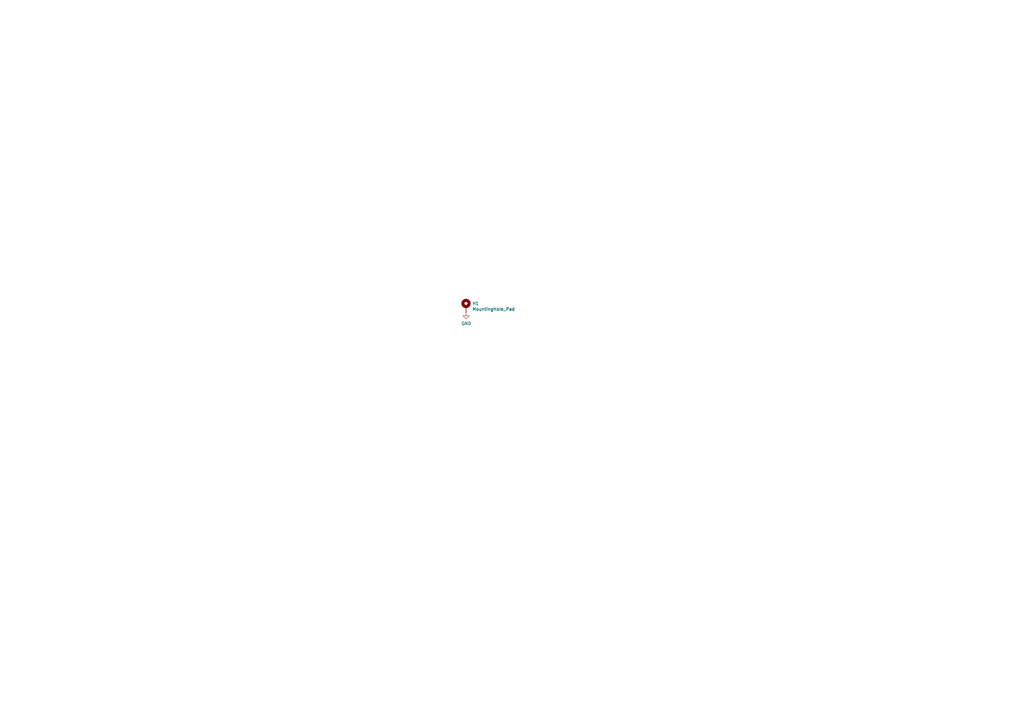
<source format=kicad_sch>
(kicad_sch (version 20211123) (generator eeschema)
  (paper "A3")
  (lib_symbols
    (symbol "Mechanical:MountingHole_Pad" (pin_numbers hide) (pin_names (offset 1.016) hide)
      (property "Reference" "H" (at 0 6.35 0))
      (property "Value" "MountingHole_Pad" (at 0 4.445 0))
      (symbol "MountingHole_Pad_0_1"
        (circle (center 0 1.27) (radius 1.27) (stroke (width 1.27)))
      )
      (symbol "MountingHole_Pad_1_1"
        (pin input line (at 0 -2.54 90) (length 2.54) (name "1") (number "1"))
      )
    )
    (symbol "power:GND" (power) (pin_names (offset 0))
      (property "Value" "GND" (at 0 -3.81 0))
      (symbol "GND_0_1"
        (polyline (pts (xy 0 0) (xy 0 -1.27) (xy 1.27 -1.27) (xy 0 -2.54) (xy -1.27 -1.27) (xy 0 -1.27)))
      )
      (symbol "GND_1_1"
        (pin power_in line (at 0 0 270) (length 0) hide (name "GND") (number "1"))
      )
    )
  )
  (no_connect (at -177.165 242.57))
  (symbol (lib_id "Mechanical:MountingHole_Pad") (at 191.135 125.73 0) (unit 1)
    (property "Reference" "H1" (at 193.675 124.4854 0) (effects (justify left)))
    (property "Value" "MountingHole_Pad" (at 193.675 126.7968 0) (effects (justify left)))
    (property "Footprint" "0xcb:mount" (effects hide))
  )
  (symbol (lib_id "power:GND") (at 191.135 128.27 0) (unit 1)
    (property "Reference" "#PWR01" (effects hide))
    (property "Value" "GND" (at 191.262 132.6642 0))
  )
)
</source>
